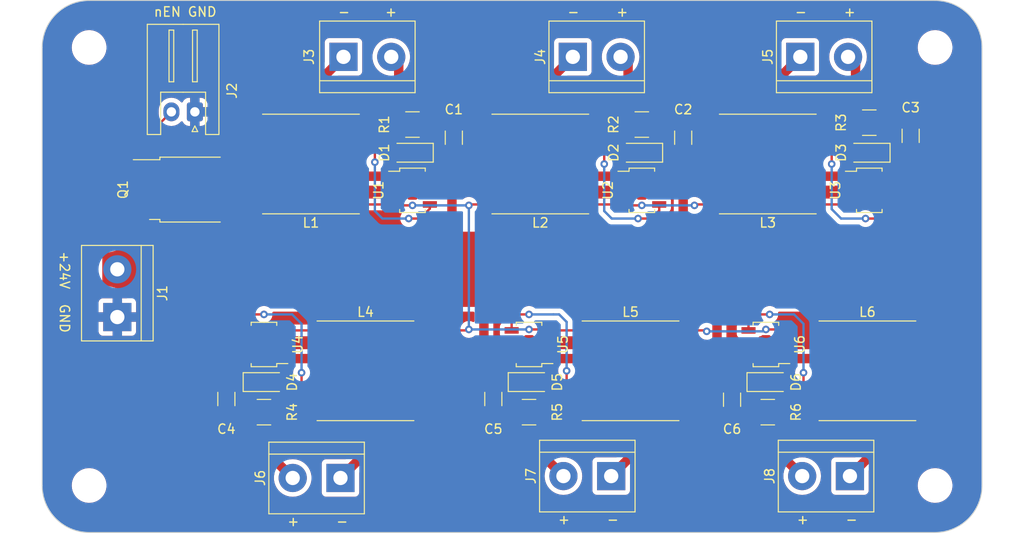
<source format=kicad_pcb>
(kicad_pcb (version 20221018) (generator pcbnew)
  (layers (0 "F.Cu" signal) (31 "B.Cu" signal) (34 "B.Paste" user) (35 "F.Paste" user) (36 "B.SilkS" user "B.Silkscreen") (37 "F.SilkS" user "F.Silkscreen") (38 "B.Mask" user) (39 "F.Mask" user) (44 "Edge.Cuts" user))
  (net 0 "")
  (net 1 "+24V")
  (net 2 "GND")
  (net 3 "Net-(D1-A)")
  (net 4 "Net-(D2-A)")
  (net 5 "Net-(D3-A)")
  (net 6 "Net-(D4-A)")
  (net 7 "Net-(D5-A)")
  (net 8 "Net-(D6-A)")
  (net 9 "Net-(J2-Pin_2)")
  (net 10 "Net-(J3-Pin_1)")
  (net 11 "Net-(J3-Pin_2)")
  (net 12 "Net-(J4-Pin_1)")
  (net 13 "Net-(J4-Pin_2)")
  (net 14 "Net-(J5-Pin_1)")
  (net 15 "Net-(J5-Pin_2)")
  (net 16 "Net-(J6-Pin_1)")
  (net 17 "Net-(J6-Pin_2)")
  (net 18 "Net-(J7-Pin_1)")
  (net 19 "Net-(J7-Pin_2)")
  (net 20 "Net-(J8-Pin_1)")
  (net 21 "Net-(J8-Pin_2)")
  (net 22 "OpenDrain")
  (footprint "Diode_SMD:D_SOD-123F" (layer "F.Cu") (at 151.8 112)
    (fp_text reference "D5" (at 3 0 90) (layer "F.SilkS"))
    (fp_text value "D_Schottky")
    (pad "1" smd roundrect (at -1.4 0) (size 1.1 1.1) (layers "F.Cu" "F.Paste" "F.Mask") (roundrect_rratio 0.2272727273) (net 1 "+24V"))
    (pad "2" smd roundrect (at 1.4 0) (size 1.1 1.1) (layers "F.Cu" "F.Paste" "F.Mask") (roundrect_rratio 0.2272727273) (net 7 "Net-(D5-A)"))
  )
  (footprint "TerminalBlock:TerminalBlock_bornier-2_P5.08mm" (layer "F.Cu") (at 108 105.08 90)
    (fp_text reference "J1" (at 2.54 4.8 90) (layer "F.SilkS"))
    (fp_text value "Conn_01x02")
    (pad "1" thru_hole rect (at 0 0 90) (size 3 3) (drill 1.52) (layers "*.Cu" "*.Mask") (net 2 "GND"))
    (pad "2" thru_hole circle (at 5.08 0 90) (size 3 3) (drill 1.52) (layers "*.Cu" "*.Mask") (net 1 "+24V"))
  )
  (footprint "Package_TO_SOT_SMD:SOT-89-5" (layer "F.Cu") (at 123.6 108 180)
    (fp_text reference "U4" (at -3.6 0 90) (layer "F.SilkS"))
    (fp_text value "CL6808")
    (pad "1" smd rect (at -1.85 -1.5 180) (size 1.5 0.7) (layers "F.Cu" "F.Paste" "F.Mask") (net 6 "Net-(D4-A)"))
    (pad "2" smd custom (at 0 0 180) (size 0.8 2) (layers "F.Cu" "F.Paste" "F.Mask") (net 2 "GND") (options (clearance outline) (anchor rect)) (primitives (gr_poly (pts (xy 0.9 -0.5) (xy 2.6 -0.5) (xy 2.6 0.5) (xy 0.9 0.5) (xy 0.4 1) (xy -0.4 1) (xy -0.9 0.5) (xy -2.6 0.5) (xy -2.6 -0.5) (xy -0.9 -0.5) (xy -0.4 -1) (xy 0.4 -1)) (width 0) (fill yes))))
    (pad "3" smd rect (at -1.85 1.5 180) (size 1.5 0.7) (layers "F.Cu" "F.Paste" "F.Mask") (net 22 "OpenDrain"))
    (pad "4" smd rect (at 1.85 1.5 180) (size 1.5 0.7) (layers "F.Cu" "F.Paste" "F.Mask") (net 17 "Net-(J6-Pin_2)"))
    (pad "5" smd rect (at 1.85 -1.5 180) (size 1.5 0.7) (layers "F.Cu" "F.Paste" "F.Mask") (net 1 "+24V"))
  )
  (footprint "Diode_SMD:D_SOD-123F" (layer "F.Cu") (at 123.6 112)
    (fp_text reference "D4" (at 3 0 90) (layer "F.SilkS"))
    (fp_text value "D_Schottky")
    (pad "1" smd roundrect (at -1.4 0) (size 1.1 1.1) (layers "F.Cu" "F.Paste" "F.Mask") (roundrect_rratio 0.2272727273) (net 1 "+24V"))
    (pad "2" smd roundrect (at 1.4 0) (size 1.1 1.1) (layers "F.Cu" "F.Paste" "F.Mask") (roundrect_rratio 0.2272727273) (net 6 "Net-(D4-A)"))
  )
  (footprint "Resistor_SMD:R_1210_3225Metric" (layer "F.Cu") (at 177.2 115.2)
    (fp_text reference "R6" (at 3 0 90) (layer "F.SilkS"))
    (fp_text value "0.1")
    (pad "1" smd roundrect (at -1.4625 0) (size 1.125 2.65) (layers "F.Cu" "F.Paste" "F.Mask") (roundrect_rratio 0.2222222222) (net 1 "+24V"))
    (pad "2" smd roundrect (at 1.4625 0) (size 1.125 2.65) (layers "F.Cu" "F.Paste" "F.Mask") (roundrect_rratio 0.2222222222) (net 21 "Net-(J8-Pin_2)"))
  )
  (footprint "Diode_SMD:D_SOD-123F" (layer "F.Cu") (at 177.2 112)
    (fp_text reference "D6" (at 3 0 90) (layer "F.SilkS"))
    (fp_text value "D_Schottky")
    (pad "1" smd roundrect (at -1.4 0) (size 1.1 1.1) (layers "F.Cu" "F.Paste" "F.Mask") (roundrect_rratio 0.2272727273) (net 1 "+24V"))
    (pad "2" smd roundrect (at 1.4 0) (size 1.1 1.1) (layers "F.Cu" "F.Paste" "F.Mask") (roundrect_rratio 0.2272727273) (net 8 "Net-(D6-A)"))
  )
  (footprint "Capacitor_SMD:C_1206_3216Metric" (layer "F.Cu") (at 143.8 86 -90)
    (fp_text reference "C1" (at -3 0) (layer "F.SilkS"))
    (fp_text value "4.7μ")
    (pad "1" smd roundrect (at -1.475 0 270) (size 1.15 1.8) (layers "F.Cu" "F.Paste" "F.Mask") (roundrect_rratio 0.2173913043) (net 1 "+24V"))
    (pad "2" smd roundrect (at 1.475 0 270) (size 1.15 1.8) (layers "F.Cu" "F.Paste" "F.Mask") (roundrect_rratio 0.2173913043) (net 2 "GND"))
  )
  (footprint "MountingHole:MountingHole_3.2mm_M3" (layer "F.Cu") (at 105 123)
    (fp_text reference "REF**" hide)
    (fp_text value "MountingHole_3.2mm_M3")
    (pad "" np_thru_hole circle (at 0 0) (size 3.2 3.2) (drill 3.2) (layers "*.Cu" "*.Mask"))
  )
  (footprint "TerminalBlock:TerminalBlock_bornier-2_P5.08mm" (layer "F.Cu") (at 185.94 122 180)
    (fp_text reference "J8" (at 8.54 0 90) (layer "F.SilkS"))
    (fp_text value "Conn_01x02")
    (pad "1" thru_hole rect (at 0 0 180) (size 3 3) (drill 1.52) (layers "*.Cu" "*.Mask") (net 20 "Net-(J8-Pin_1)"))
    (pad "2" thru_hole circle (at 5.08 0 180) (size 3 3) (drill 1.52) (layers "*.Cu" "*.Mask") (net 21 "Net-(J8-Pin_2)"))
  )
  (footprint "Diode_SMD:D_SOD-123F" (layer "F.Cu") (at 188 87.6 180)
    (fp_text reference "D3" (at 3 0 270) (layer "F.SilkS"))
    (fp_text value "D_Schottky")
    (pad "1" smd roundrect (at -1.4 0 180) (size 1.1 1.1) (layers "F.Cu" "F.Paste" "F.Mask") (roundrect_rratio 0.2272727273) (net 1 "+24V"))
    (pad "2" smd roundrect (at 1.4 0 180) (size 1.1 1.1) (layers "F.Cu" "F.Paste" "F.Mask") (roundrect_rratio 0.2272727273) (net 5 "Net-(D3-A)"))
  )
  (footprint "Resistor_SMD:R_1210_3225Metric" (layer "F.Cu") (at 151.8 115.2)
    (fp_text reference "R5" (at 3 0 90) (layer "F.SilkS"))
    (fp_text value "0.1")
    (pad "1" smd roundrect (at -1.4625 0) (size 1.125 2.65) (layers "F.Cu" "F.Paste" "F.Mask") (roundrect_rratio 0.2222222222) (net 1 "+24V"))
    (pad "2" smd roundrect (at 1.4625 0) (size 1.125 2.65) (layers "F.Cu" "F.Paste" "F.Mask") (roundrect_rratio 0.2222222222) (net 19 "Net-(J7-Pin_2)"))
  )
  (footprint "Capacitor_SMD:C_1206_3216Metric" (layer "F.Cu") (at 173.4 113.875 90)
    (fp_text reference "C6" (at -3.125 0 180) (layer "F.SilkS"))
    (fp_text value "4.7μ")
    (pad "1" smd roundrect (at -1.475 0 90) (size 1.15 1.8) (layers "F.Cu" "F.Paste" "F.Mask") (roundrect_rratio 0.2173913043) (net 1 "+24V"))
    (pad "2" smd roundrect (at 1.475 0 90) (size 1.15 1.8) (layers "F.Cu" "F.Paste" "F.Mask") (roundrect_rratio 0.2173913043) (net 2 "GND"))
  )
  (footprint "Diode_SMD:D_SOD-123F" (layer "F.Cu") (at 139.4 87.6 180)
    (fp_text reference "D1" (at 3 0 270) (layer "F.SilkS"))
    (fp_text value "D_Schottky")
    (pad "1" smd roundrect (at -1.4 0 180) (size 1.1 1.1) (layers "F.Cu" "F.Paste" "F.Mask") (roundrect_rratio 0.2272727273) (net 1 "+24V"))
    (pad "2" smd roundrect (at 1.4 0 180) (size 1.1 1.1) (layers "F.Cu" "F.Paste" "F.Mask") (roundrect_rratio 0.2272727273) (net 3 "Net-(D1-A)"))
  )
  (footprint "Inductor_SMD:L_Taiyo-Yuden_NR-10050_9.8x10.0mm" (layer "F.Cu") (at 134.4 110.8)
    (fp_text reference "L4" (at 0 -6.25) (layer "F.SilkS"))
    (fp_text value "68μ")
    (pad "1" smd rect (at -4 0) (size 2.6 4.5) (layers "F.Cu" "F.Paste" "F.Mask") (net 6 "Net-(D4-A)"))
    (pad "2" smd rect (at 4 0) (size 2.6 4.5) (layers "F.Cu" "F.Paste" "F.Mask") (net 16 "Net-(J6-Pin_1)"))
  )
  (footprint "Package_TO_SOT_SMD:SOT-89-5" (layer "F.Cu") (at 151.8 108 180)
    (fp_text reference "U5" (at -3.6 0 90) (layer "F.SilkS"))
    (fp_text value "CL6808")
    (pad "1" smd rect (at -1.85 -1.5 180) (size 1.5 0.7) (layers "F.Cu" "F.Paste" "F.Mask") (net 7 "Net-(D5-A)"))
    (pad "2" smd custom (at 0 0 180) (size 0.8 2) (layers "F.Cu" "F.Paste" "F.Mask") (net 2 "GND") (options (clearance outline) (anchor rect)) (primitives (gr_poly (pts (xy 0.9 -0.5) (xy 2.6 -0.5) (xy 2.6 0.5) (xy 0.9 0.5) (xy 0.4 1) (xy -0.4 1) (xy -0.9 0.5) (xy -2.6 0.5) (xy -2.6 -0.5) (xy -0.9 -0.5) (xy -0.4 -1) (xy 0.4 -1)) (width 0) (fill yes))))
    (pad "3" smd rect (at -1.85 1.5 180) (size 1.5 0.7) (layers "F.Cu" "F.Paste" "F.Mask") (net 22 "OpenDrain"))
    (pad "4" smd rect (at 1.85 1.5 180) (size 1.5 0.7) (layers "F.Cu" "F.Paste" "F.Mask") (net 19 "Net-(J7-Pin_2)"))
    (pad "5" smd rect (at 1.85 -1.5 180) (size 1.5 0.7) (layers "F.Cu" "F.Paste" "F.Mask") (net 1 "+24V"))
  )
  (footprint "Inductor_SMD:L_Taiyo-Yuden_NR-10050_9.8x10.0mm" (layer "F.Cu") (at 128.6 88.8 180)
    (fp_text reference "L1" (at 0 -6.25) (layer "F.SilkS"))
    (fp_text value "68μ")
    (pad "1" smd rect (at -4 0 180) (size 2.6 4.5) (layers "F.Cu" "F.Paste" "F.Mask") (net 3 "Net-(D1-A)"))
    (pad "2" smd rect (at 4 0 180) (size 2.6 4.5) (layers "F.Cu" "F.Paste" "F.Mask") (net 10 "Net-(J3-Pin_1)"))
  )
  (footprint "Package_TO_SOT_SMD:SOT-89-5" (layer "F.Cu") (at 139.4 91.6)
    (fp_text reference "U1" (at -3.6 0 90) (layer "F.SilkS"))
    (fp_text value "CL6808")
    (pad "1" smd rect (at -1.85 -1.5) (size 1.5 0.7) (layers "F.Cu" "F.Paste" "F.Mask") (net 3 "Net-(D1-A)"))
    (pad "2" smd custom (at 0 0) (size 0.8 2) (layers "F.Cu" "F.Paste" "F.Mask") (net 2 "GND") (options (clearance outline) (anchor rect)) (primitives (gr_poly (pts (xy 0.9 -0.5) (xy 2.6 -0.5) (xy 2.6 0.5) (xy 0.9 0.5) (xy 0.4 1) (xy -0.4 1) (xy -0.9 0.5) (xy -2.6 0.5) (xy -2.6 -0.5) (xy -0.9 -0.5) (xy -0.4 -1) (xy 0.4 -1)) (width 0) (fill yes))))
    (pad "3" smd rect (at -1.85 1.5) (size 1.5 0.7) (layers "F.Cu" "F.Paste" "F.Mask") (net 22 "OpenDrain"))
    (pad "4" smd rect (at 1.85 1.5) (size 1.5 0.7) (layers "F.Cu" "F.Paste" "F.Mask") (net 11 "Net-(J3-Pin_2)"))
    (pad "5" smd rect (at 1.85 -1.5) (size 1.5 0.7) (layers "F.Cu" "F.Paste" "F.Mask") (net 1 "+24V"))
  )
  (footprint "Capacitor_SMD:C_1206_3216Metric" (layer "F.Cu") (at 192.4 85.8 -90)
    (fp_text reference "C3" (at -3 0) (layer "F.SilkS"))
    (fp_text value "4.7μ")
    (pad "1" smd roundrect (at -1.475 0 270) (size 1.15 1.8) (layers "F.Cu" "F.Paste" "F.Mask") (roundrect_rratio 0.2173913043) (net 1 "+24V"))
    (pad "2" smd roundrect (at 1.475 0 270) (size 1.15 1.8) (layers "F.Cu" "F.Paste" "F.Mask") (roundrect_rratio 0.2173913043) (net 2 "GND"))
  )
  (footprint "Connector_JST:JST_XH_S2B-XH-A_1x02_P2.50mm_Horizontal" (layer "F.Cu") (at 116.25 83.25 180)
    (fp_text reference "J2" (at -3.95 2.25 90) (layer "F.SilkS"))
    (fp_text value "Conn_01x02")
    (pad "1" thru_hole roundrect (at 0 0 180) (size 1.7 2) (drill 1) (layers "*.Cu" "*.Mask") (roundrect_rratio 0.1470588235) (net 2 "GND"))
    (pad "2" thru_hole oval (at 2.5 0 180) (size 1.7 2) (drill 1) (layers "*.Cu" "*.Mask") (net 9 "Net-(J2-Pin_2)"))
  )
  (footprint "Inductor_SMD:L_Taiyo-Yuden_NR-10050_9.8x10.0mm" (layer "F.Cu") (at 177.2 88.8 180)
    (fp_text reference "L3" (at 0 -6.25) (layer "F.SilkS"))
    (fp_text value "68μ")
    (pad "1" smd rect (at -4 0 180) (size 2.6 4.5) (layers "F.Cu" "F.Paste" "F.Mask") (net 5 "Net-(D3-A)"))
    (pad "2" smd rect (at 4 0 180) (size 2.6 4.5) (layers "F.Cu" "F.Paste" "F.Mask") (net 14 "Net-(J5-Pin_1)"))
  )
  (footprint "TerminalBlock:TerminalBlock_bornier-2_P5.08mm" (layer "F.Cu") (at 160.54 122 180)
    (fp_text reference "J7" (at 8.54 0 90) (layer "F.SilkS"))
    (fp_text value "Conn_01x02")
    (pad "1" thru_hole rect (at 0 0 180) (size 3 3) (drill 1.52) (layers "*.Cu" "*.Mask") (net 18 "Net-(J7-Pin_1)"))
    (pad "2" thru_hole circle (at 5.08 0 180) (size 3 3) (drill 1.52) (layers "*.Cu" "*.Mask") (net 19 "Net-(J7-Pin_2)"))
  )
  (footprint "TerminalBlock:TerminalBlock_bornier-2_P5.08mm" (layer "F.Cu") (at 131.74 122.2 180)
    (fp_text reference "J6" (at 8.54 0 90) (layer "F.SilkS"))
    (fp_text value "Conn_01x02")
    (pad "1" thru_hole rect (at 0 0 180) (size 3 3) (drill 1.52) (layers "*.Cu" "*.Mask") (net 16 "Net-(J6-Pin_1)"))
    (pad "2" thru_hole circle (at 5.08 0 180) (size 3 3) (drill 1.52) (layers "*.Cu" "*.Mask") (net 17 "Net-(J6-Pin_2)"))
  )
  (footprint "Capacitor_SMD:C_1206_3216Metric" (layer "F.Cu") (at 168.2 86 -90)
    (fp_text reference "C2" (at -3 0 -180) (layer "F.SilkS"))
    (fp_text value "4.7μ")
    (pad "1" smd roundrect (at -1.475 0 270) (size 1.15 1.8) (layers "F.Cu" "F.Paste" "F.Mask") (roundrect_rratio 0.2173913043) (net 1 "+24V"))
    (pad "2" smd roundrect (at 1.475 0 270) (size 1.15 1.8) (layers "F.Cu" "F.Paste" "F.Mask") (roundrect_rratio 0.2173913043) (net 2 "GND"))
  )
  (footprint "Resistor_SMD:R_1210_3225Metric" (layer "F.Cu") (at 163.8 84.6 180)
    (fp_text reference "R2" (at 3 0 90) (layer "F.SilkS"))
    (fp_text value "0.1")
    (pad "1" smd roundrect (at -1.4625 0 180) (size 1.125 2.65) (layers "F.Cu" "F.Paste" "F.Mask") (roundrect_rratio 0.2222222222) (net 1 "+24V"))
    (pad "2" smd roundrect (at 1.4625 0 180) (size 1.125 2.65) (layers "F.Cu" "F.Paste" "F.Mask") (roundrect_rratio 0.2222222222) (net 13 "Net-(J4-Pin_2)"))
  )
  (footprint "Package_TO_SOT_SMD:TO-252-2" (layer "F.Cu") (at 115.84 91.52)
    (fp_text reference "Q1" (at -7.24 0 90) (layer "F.SilkS"))
    (fp_text value "QM6006D")
    (pad "1" smd roundrect (at -5.04 -2.28) (size 2.2 1.2) (layers "F.Cu" "F.Paste" "F.Mask") (roundrect_rratio 0.2083333333) (net 9 "Net-(J2-Pin_2)"))
    (pad "2" smd roundrect (at -0.415 -1.525) (size 3.05 2.75) (layers "F.Cu" "F.Paste") (roundrect_rratio 0.09090909091) (net 22 "OpenDrain"))
    (pad "2" smd roundrect (at -0.415 1.525) (size 3.05 2.75) (layers "F.Cu" "F.Paste") (roundrect_rratio 0.09090909091) (net 22 "OpenDrain"))
    (pad "2" smd roundrect (at 1.26 0) (size 6.4 5.8) (layers "F.Cu" "F.Mask") (roundrect_rratio 0.04310293103) (net 22 "OpenDrain"))
    (pad "2" smd roundrect (at 2.935 -1.525) (size 3.05 2.75) (layers "F.Cu" "F.Paste") (roundrect_rratio 0.09090909091) (net 22 "OpenDrain"))
    (pad "2" smd roundrect (at 2.935 1.525) (size 3.05 2.75) (layers "F.Cu" "F.Paste") (roundrect_rratio 0.09090909091) (net 22 "OpenDrain"))
    (pad "3" smd roundrect (at -5.04 2.28) (size 2.2 1.2) (layers "F.Cu" "F.Paste" "F.Mask") (roundrect_rratio 0.2083333333) (net 2 "GND"))
  )
  (footprint "Inductor_SMD:L_Taiyo-Yuden_NR-10050_9.8x10.0mm" (layer "F.Cu") (at 162.6 110.8)
    (fp_text reference "L5" (at 0 -6.25) (layer "F.SilkS"))
    (fp_text value "68μ")
    (pad "1" smd rect (at -4 0) (size 2.6 4.5) (layers "F.Cu" "F.Paste" "F.Mask") (net 7 "Net-(D5-A)"))
    (pad "2" smd rect (at 4 0) (size 2.6 4.5) (layers "F.Cu" "F.Paste" "F.Mask") (net 18 "Net-(J7-Pin_1)"))
  )
  (footprint "Inductor_SMD:L_Taiyo-Yuden_NR-10050_9.8x10.0mm" (layer "F.Cu") (at 153 88.8 180)
    (fp_text reference "L2" (at 0 -6.25) (layer "F.SilkS"))
    (fp_text value "68μ")
    (pad "1" smd rect (at -4 0 180) (size 2.6 4.5) (layers "F.Cu" "F.Paste" "F.Mask") (net 4 "Net-(D2-A)"))
    (pad "2" smd rect (at 4 0 180) (size 2.6 4.5) (layers "F.Cu" "F.Paste" "F.Mask") (net 12 "Net-(J4-Pin_1)"))
  )
  (footprint "Resistor_SMD:R_1210_3225Metric" (layer "F.Cu") (at 123.6 115.2)
    (fp_text reference "R4" (at 3 0 90) (layer "F.SilkS"))
    (fp_text value "0.1")
    (pad "1" smd roundrect (at -1.4625 0) (size 1.125 2.65) (layers "F.Cu" "F.Paste" "F.Mask") (roundrect_rratio 0.2222222222) (net 1 "+24V"))
    (pad "2" smd roundrect (at 1.4625 0) (size 1.125 2.65) (layers "F.Cu" "F.Paste" "F.Mask") (roundrect_rratio 0.2222222222) (net 17 "Net-(J6-Pin_2)"))
  )
  (footprint "MountingHole:MountingHole_3.2mm_M3" (layer "F.Cu") (at 195 76.4)
    (fp_text reference "REF**" hide)
    (fp_text value "MountingHole_3.2mm_M3")
    (pad "" np_thru_hole circle (at 0 0) (size 3.2 3.2) (drill 3.2) (layers "*.Cu" "*.Mask"))
  )
  (footprint "Resistor_SMD:R_1210_3225Metric" (layer "F.Cu") (at 139.4 84.6 180)
    (fp_text reference "R1" (at 3 0 90) (layer "F.SilkS"))
    (fp_text value "0.1")
    (pad "1" smd roundrect (at -1.4625 0 180) (size 1.125 2.65) (layers "F.Cu" "F.Paste" "F.Mask") (roundrect_rratio 0.2222222222) (net 1 "+24V"))
    (pad "2" smd roundrect (at 1.4625 0 180) (size 1.125 2.65) (layers "F.Cu" "F.Paste" "F.Mask") (roundrect_rratio 0.2222222222) (net 11 "Net-(J3-Pin_2)"))
  )
  (footprint "Capacitor_SMD:C_1206_3216Metric" (layer "F.Cu") (at 148 113.8 90)
    (fp_text reference "C5" (at -3.2 0 180) (layer "F.SilkS"))
    (fp_text value "4.7μ")
    (pad "1" smd roundrect (at -1.475 0 90) (size 1.15 1.8) (layers "F.Cu" "F.Paste" "F.Mask") (roundrect_rratio 0.2173913043) (net 1 "+24V"))
    (pad "2" smd roundrect (at 1.475 0 90) (size 1.15 1.8) (layers "F.Cu" "F.Paste" "F.Mask") (roundrect_rratio 0.2173913043) (net 2 "GND"))
  )
  (footprint "Resistor_SMD:R_1210_3225Metric" (layer "F.Cu") (at 188 84.4 180)
    (fp_text reference "R3" (at 3 0 90) (layer "F.SilkS"))
    (fp_text value "0.1")
    (pad "1" smd roundrect (at -1.4625 0 180) (size 1.125 2.65) (layers "F.Cu" "F.Paste" "F.Mask") (roundrect_rratio 0.2222222222) (net 1 "+24V"))
    (pad "2" smd roundrect (at 1.4625 0 180) (size 1.125 2.65) (layers "F.Cu" "F.Paste" "F.Mask") (roundrect_rratio 0.2222222222) (net 15 "Net-(J5-Pin_2)"))
  )
  (footprint "Diode_SMD:D_SOD-123F" (layer "F.Cu") (at 163.8 87.6 180)
    (fp_text reference "D2" (at 3 0 90) (layer "F.SilkS"))
    (fp_text value "D_Schottky")
    (pad "1" smd roundrect (at -1.4 0 180) (size 1.1 1.1) (layers "F.Cu" "F.Paste" "F.Mask") (roundrect_rratio 0.2272727273) (net 1 "+24V"))
    (pad "2" smd roundrect (at 1.4 0 180) (size 1.1 1.1) (layers "F.Cu" "F.Paste" "F.Mask") (roundrect_rratio 0.2272727273) (net 4 "Net-(D2-A)"))
  )
  (footprint "MountingHole:MountingHole_3.2mm_M3" (layer "F.Cu") (at 105 76.4)
    (fp_text reference "REF**" hide)
    (fp_text value "MountingHole_3.2mm_M3")
    (pad "" np_thru_hole circle (at 0 0) (size 3.2 3.2) (drill 3.2) (layers "*.Cu" "*.Mask"))
  )
  (footprint "TerminalBlock:TerminalBlock_bornier-2_P5.08mm" (layer "F.Cu") (at 156.46 77.4)
    (fp_text reference "J4" (at -3.46 0 90) (layer "F.SilkS"))
    (fp_text value "Conn_01x02")
    (pad "1" thru_hole rect (at 0 0) (size 3 3) (drill 1.52) (layers "*.Cu" "*.Mask") (net 12 "Net-(J4-Pin_1)"))
    (pad "2" thru_hole circle (at 5.08 0) (size 3 3) (drill 1.52) (layers "*.Cu" "*.Mask") (net 13 "Net-(J4-Pin_2)"))
  )
  (footprint "Inductor_SMD:L_Taiyo-Yuden_NR-10050_9.8x10.0mm" (layer "F.Cu") (at 187.8 110.8)
    (fp_text reference "L6" (at 0 -6.25) (layer "F.SilkS"))
    (fp_text value "68μ")
    (pad "1" smd rect (at -4 0) (size 2.6 4.5) (layers "F.Cu" "F.Paste" "F.Mask") (net 8 "Net-(D6-A)"))
    (pad "2" smd rect (at 4 0) (size 2.6 4.5) (layers "F.Cu" "F.Paste" "F.Mask") (net 20 "Net-(J8-Pin_1)"))
  )
  (footprint "TerminalBlock:TerminalBlock_bornier-2_P5.08mm" (layer "F.Cu") (at 132.06 77.4)
    (fp_text reference "J3" (at -3.66 0 90) (layer "F.SilkS"))
    (fp_text value "Conn_01x02")
    (pad "1" thru_hole rect (at 0 0) (size 3 3) (drill 1.52) (layers "*.Cu" "*.Mask") (net 10 "Net-(J3-Pin_1)"))
    (pad "2" thru_hole circle (at 5.08 0) (size 3 3) (drill 1.52) (layers "*.Cu" "*.Mask") (net 11 "Net-(J3-Pin_2)"))
  )
  (footprint "MountingHole:MountingHole_3.2mm_M3" (layer "F.Cu") (at 195 123)
    (fp_text reference "REF**" hide)
    (fp_text value "MountingHole_3.2mm_M3")
    (pad "" np_thru_hole circle (at 0 0) (size 3.2 3.2) (drill 3.2) (layers "*.Cu" "*.Mask"))
  )
  (footprint "Package_TO_SOT_SMD:SOT-89-5" (layer "F.Cu") (at 177 108 180)
    (fp_text reference "U6" (at -3.6 0 90) (layer "F.SilkS"))
    (fp_text value "CL6808")
    (pad "1" smd rect (at -1.85 -1.5 180) (size 1.5 0.7) (layers "F.Cu" "F.Paste" "F.Mask") (net 8 "Net-(D6-A)"))
    (pad "2" smd custom (at 0 0 180) (size 0.8 2) (layers "F.Cu" "F.Paste" "F.Mask") (net 2 "GND") (options (clearance outline) (anchor rect)) (primitives (gr_poly (pts (xy 0.9 -0.5) (xy 2.6 -0.5) (xy 2.6 0.5) (xy 0.9 0.5) (xy 0.4 1) (xy -0.4 1) (xy -0.9 0.5) (xy -2.6 0.5) (xy -2.6 -0.5) (xy -0.9 -0.5) (xy -0.4 -1) (xy 0.4 -1)) (width 0) (fill yes))))
    (pad "3" smd rect (at -1.85 1.5 180) (size 1.5 0.7) (layers "F.Cu" "F.Paste" "F.Mask") (net 22 "OpenDrain"))
    (pad "4" smd rect (at 1.85 1.5 180) (size 1.5 0.7) (layers "F.Cu" "F.Paste" "F.Mask") (net 21 "Net-(J8-Pin_2)"))
    (pad "5" smd rect (at 1.85 -1.5 180) (size 1.5 0.7) (layers "F.Cu" "F.Paste" "F.Mask") (net 1 "+24V"))
  )
  (footprint "TerminalBlock:TerminalBlock_bornier-2_P5.08mm" (layer "F.Cu") (at 180.66 77.4)
    (fp_text reference "J5" (at -3.46 0 90) (layer "F.SilkS"))
    (fp_text value "Conn_01x02")
    (pad "1" thru_hole rect (at 0 0) (size 3 3) (drill 1.52) (layers "*.Cu" "*.Mask") (net 14 "Net-(J5-Pin_1)"))
    (pad "2" thru_hole circle (at 5.08 0) (size 3 3) (drill 1.52) (layers "*.Cu" "*.Mask") (net 15 "Net-(J5-Pin_2)"))
  )
  (footprint "Capacitor_SMD:C_1206_3216Metric" (layer "F.Cu") (at 119.6 113.8 90)
    (fp_text reference "C4" (at -3.2 0 180) (layer "F.SilkS"))
    (fp_text value "4.7μ")
    (pad "1" smd roundrect (at -1.475 0 90) (size 1.15 1.8) (layers "F.Cu" "F.Paste" "F.Mask") (roundrect_rratio 0.2173913043) (net 1 "+24V"))
    (pad "2" smd roundrect (at 1.475 0 90) (size 1.15 1.8) (layers "F.Cu" "F.Paste" "F.Mask") (roundrect_rratio 0.2173913043) (net 2 "GND"))
  )
  (footprint "Package_TO_SOT_SMD:SOT-89-5" (layer "F.Cu") (at 163.8 91.6)
    (fp_text reference "U2" (at -3.6 0 90) (layer "F.SilkS"))
    (fp_text value "CL6808")
    (pad "1" smd rect (at -1.85 -1.5) (size 1.5 0.7) (layers "F.Cu" "F.Paste" "F.Mask") (net 4 "Net-(D2-A)"))
    (pad "2" smd custom (at 0 0) (size 0.8 2) (layers "F.Cu" "F.Paste" "F.Mask") (net 2 "GND") (options (clearance outline) (anchor rect)) (primitives (gr_poly (pts (xy 0.9 -0.5) (xy 2.6 -0.5) (xy 2.6 0.5) (xy 0.9 0.5) (xy 0.4 1) (xy -0.4 1) (xy -0.9 0.5) (xy -2.6 0.5) (xy -2.6 -0.5) (xy -0.9 -0.5) (xy -0.4 -1) (xy 0.4 -1)) (width 0) (fill yes))))
    (pad "3" smd rect (at -1.85 1.5) (size 1.5 0.7) (layers "F.Cu" "F.Paste" "F.Mask") (net 22 "OpenDrain"))
    (pad "4" smd rect (at 1.85 1.5) (size 1.5 0.7) (layers "F.Cu" "F.Paste" "F.Mask") (net 13 "Net-(J4-Pin_2)"))
    (pad "5" smd rect (at 1.85 -1.5) (size 1.5 0.7) (layers "F.Cu" "F.Paste" "F.Mask") (net 1 "+24V"))
  )
  (footprint "Package_TO_SOT_SMD:SOT-89-5" (layer "F.Cu") (at 188 91.6)
    (fp_text reference "U3" (at -3.6 0 -90) (layer "F.SilkS"))
    (fp_text value "CL6808")
    (pad "1" smd rect (at -1.85 -1.5) (size 1.5 0.7) (layers "F.Cu" "F.Paste" "F.Mask") (net 5 "Net-(D3-A)"))
    (pad "2" smd custom (at 0 0) (size 0.8 2) (layers "F.Cu" "F.Paste" "F.Mask") (net 2 "GND") (options (clearance outline) (anchor rect)) (primitives (gr_poly (pts (xy 0.9 -0.5) (xy 2.6 -0.5) (xy 2.6 0.5) (xy 0.9 0.5) (xy 0.4 1) (xy -0.4 1) (xy -0.9 0.5) (xy -2.6 0.5) (xy -2.6 -0.5) (xy -0.9 -0.5) (xy -0.4 -1) (xy 0.4 -1)) (width 0) (fill yes))))
    (pad "3" smd rect (at -1.85 1.5) (size 1.5 0.7) (layers "F.Cu" "F.Paste" "F.Mask") (net 22 "OpenDrain"))
    (pad "4" smd rect (at 1.85 1.5) (size 1.5 0.7) (layers "F.Cu" "F.Paste" "F.Mask") (net 15 "Net-(J5-Pin_2)"))
    (pad "5" smd rect (at 1.85 -1.5) (size 1.5 0.7) (layers "F.Cu" "F.Paste" "F.Mask") (net 1 "+24V"))
  )
  (gr_line (start 105 71.4) (end 195 71.4) (stroke (width 0.1)) (layer "Edge.Cuts"))
  (gr_arc (start 100 76.4) (mid 101.464466 72.864466) (end 105 71.4) (stroke (width 0.1)) (layer "Edge.Cuts"))
  (gr_line (start 100 76.4) (end 100 123) (stroke (width 0.1)) (layer "Edge.Cuts"))
  (gr_arc (start 200 123) (mid 198.535534 126.535534) (end 195 128) (stroke (width 0.1)) (layer "Edge.Cuts"))
  (gr_arc (start 195 71.4) (mid 198.535534 72.864466) (end 200 76.4) (stroke (width 0.1)) (layer "Edge.Cuts"))
  (gr_line (start 200 123) (end 200 76.4) (stroke (width 0.1)) (layer "Edge.Cuts"))
  (gr_line (start 105 128) (end 195 128) (stroke (width 0.1)) (layer "Edge.Cuts"))
  (gr_arc (start 105 128) (mid 101.464466 126.535534) (end 100 123) (stroke (width 0.1)) (layer "Edge.Cuts"))
  (gr_text "+24V" (at 101.8 98 -90) (layer "F.SilkS") (effects (font (size 1 1)) (justify left bottom)))
  (gr_text "-" (at 180 73.2) (layer "F.SilkS") (effects (font (size 1 1)) (justify left bottom)))
  (gr_text "+" (at 185.2 73.2) (layer "F.SilkS") (effects (font (size 1 1)) (justify left bottom)))
  (gr_text "+" (at 136.4 73.2) (layer "F.SilkS") (effects (font (size 1 1)) (justify left bottom)))
  (gr_text "-" (at 185.4 127.2) (layer "F.SilkS") (effects (font (size 1 1)) (justify left bottom)))
  (gr_text "GND" (at 101.8 103.6 -90) (layer "F.SilkS") (effects (font (size 1 1)) (justify left bottom)))
  (gr_text "-" (at 160 127.2) (layer "F.SilkS") (effects (font (size 1 1)) (justify left bottom)))
  (gr_text "+" (at 180.2 127.2) (layer "F.SilkS") (effects (font (size 1 1)) (justify left bottom)))
  (gr_text "-" (at 131.2 127.4) (layer "F.SilkS") (effects (font (size 1 1)) (justify left bottom)))
  (gr_text "GND" (at 115.4 73.2) (layer "F.SilkS") (effects (font (size 1 1)) (justify left bottom)))
  (gr_text "-" (at 155.8 73.2) (layer "F.SilkS") (effects (font (size 1 1)) (justify left bottom)))
  (gr_text "nEN" (at 111.8 73.2) (layer "F.SilkS") (effects (font (size 1 1)) (justify left bottom)))
  (gr_text "+" (at 161 73.2) (layer "F.SilkS") (effects (font (size 1 1)) (justify left bottom)))
  (gr_text "+" (at 154.8 127.2) (layer "F.SilkS") (effects (font (size 1 1)) (justify left bottom)))
  (gr_text "-" (at 131.4 73.2) (layer "F.SilkS") (effects (font (size 1 1)) (justify left bottom)))
  (gr_text "+" (at 126 127.4) (layer "F.SilkS") (effects (font (size 1 1)) (justify left bottom)))
  (segment (start 143.6 91.2) (end 143.6 97.2) (width 1) (layer "F.Cu") (net 1))
  (segment (start 171.8 108) (end 171.8 103) (width 1) (layer "F.Cu") (net 1))
  (segment (start 175.8 115.1375) (end 175.7375 115.2) (width 1) (layer "F.Cu") (net 1))
  (segment (start 140.8625 84.6) (end 143.725 84.6) (width 1) (layer "F.Cu") (net 1))
  (segment (start 189.85 90.1) (end 191.3 90.1) (width 1) (layer "F.Cu") (net 1))
  (segment (start 165.2625 84.6) (end 165.2625 87.5375) (width 1) (layer "F.Cu") (net 1))
  (segment (start 119.6 115.275) (end 122.0625 115.275) (width 1) (layer "F.Cu") (net 1))
  (segment (start 191.3 90.1) (end 192.6 91.4) (width 1) (layer "F.Cu") (net 1))
  (segment (start 175.5875 115.35) (end 175.7375 115.2) (width 1) (layer "F.Cu") (net 1))
  (segment (start 140.8 89.65) (end 141.25 90.1) (width 1) (layer "F.Cu") (net 1))
  (segment (start 175.8 112) (end 175.8 110.15) (width 1) (layer "F.Cu") (net 1))
  (segment (start 175.8 110.15) (end 175.15 109.5) (width 1) (layer "F.Cu") (net 1))
  (segment (start 140.8 87.6) (end 140.8 84.6625) (width 1) (layer "F.Cu") (net 1))
  (segment (start 150.4 109.95) (end 149.95 109.5) (width 1) (layer "F.Cu") (net 1))
  (segment (start 189.4625 87.5375) (end 189.4 87.6) (width 1) (layer "F.Cu") (net 1))
  (segment (start 165.2625 87.5375) (end 165.2 87.6) (width 1) (layer "F.Cu") (net 1))
  (segment (start 189.4 89.65) (end 189.85 90.1) (width 1) (layer "F.Cu") (net 1))
  (segment (start 122.0625 115.275) (end 122.1375 115.2) (width 1) (layer "F.Cu") (net 1))
  (segment (start 119.2 108.2) (end 119.2 102.8) (width 1) (layer "F.Cu") (net 1))
  (segment (start 165.2625 84.6) (end 168.125 84.6) (width 1) (layer "F.Cu") (net 1))
  (segment (start 150.4 112) (end 150.4 115.1375) (width 1) (layer "F.Cu") (net 1))
  (segment (start 167.1 90.1) (end 168.2 91.2) (width 1) (layer "F.Cu") (net 1))
  (segment (start 142.5 90.1) (end 143.6 91.2) (width 1) (layer "F.Cu") (net 1))
  (segment (start 150.4 112) (end 150.4 109.95) (width 1) (layer "F.Cu") (net 1))
  (segment (start 147 108) (end 147 103) (width 1) (layer "F.Cu") (net 1))
  (segment (start 122.2 112) (end 122.2 115.1375) (width 1) (layer "F.Cu") (net 1))
  (segment (start 175.8 112) (end 175.8 115.1375) (width 1) (layer "F.Cu") (net 1))
  (segment (start 150.2625 115.275) (end 150.3375 115.2) (width 1) (layer "F.Cu") (net 1))
  (segment (start 189.4 87.6) (end 189.4 89.65) (width 1) (layer "F.Cu") (net 1))
  (segment (start 120.5 109.5) (end 119.2 108.2) (width 1) (layer "F.Cu") (net 1))
  (segment (start 189.4625 84.4) (end 192.325 84.4) (width 1) (layer "F.Cu") (net 1))
  (segment (start 122.2 109.95) (end 121.75 109.5) (width 1) (layer "F.Cu") (net 1))
  (segment (start 140.8 84.6625) (end 140.8625 84.6) (width 1) (layer "F.Cu") (net 1))
  (segment (start 192.325 84.4) (end 192.4 84.325) (width 1) (layer "F.Cu") (net 1))
  (segment (start 168.125 84.6) (end 168.2 84.525) (width 1) (layer "F.Cu") (net 1))
  (segment (start 148.5 109.5) (end 147 108) (width 1) (layer "F.Cu") (net 1))
  (segment (start 148 115.275) (end 150.2625 115.275) (width 1) (layer "F.Cu") (net 1))
  (segment (start 173.3 109.5) (end 171.8 108) (width 1) (layer "F.Cu") (net 1))
  (segment (start 168.2 91.2) (end 168.2 96.4) (width 1) (layer "F.Cu") (net 1))
  (segment (start 149.95 109.5) (end 148.5 109.5) (width 1) (layer "F.Cu") (net 1))
  (segment (start 141.25 90.1) (end 142.5 90.1) (width 1) (layer "F.Cu") (net 1))
  (segment (start 140.8 87.6) (end 140.8 89.65) (width 1) (layer "F.Cu") (net 1))
  (segment (start 122.2 115.1375) (end 122.1375 115.2) (width 1) (layer "F.Cu") (net 1))
  (segment (start 189.4625 84.4) (end 189.4625 87.5375) (width 1) (layer "F.Cu") (net 1))
  (segment (start 122.2 112) (end 122.2 109.95) (width 1) (layer "F.Cu") (net 1))
  (segment (start 143.725 84.6) (end 143.8 84.525) (width 1) (layer "F.Cu") (net 1))
  (segment (start 121.75 109.5) (end 120.5 109.5) (width 1) (layer "F.Cu") (net 1))
  (segment (start 150.4 115.1375) (end 150.3375 115.2) (width 1) (layer "F.Cu") (net 1))
  (segment (start 173.4 115.35) (end 175.5875 115.35) (width 1) (layer "F.Cu") (net 1))
  (segment (start 165.2 87.6) (end 165.2 89.65) (width 1) (layer "F.Cu") (net 1))
  (segment (start 175.15 109.5) (end 173.3 109.5) (width 1) (layer "F.Cu") (net 1))
  (segment (start 165.65 90.1) (end 167.1 90.1) (width 1) (layer "F.Cu") (net 1))
  (segment (start 165.2 89.65) (end 165.65 90.1) (width 1) (layer "F.Cu") (net 1))
  (segment (start 192.6 91.4) (end 192.6 96.8) (width 1) (layer "F.Cu") (net 1))
  (segment (start 134.3 90.1) (end 132.6 88.4) (width 1) (layer "F.Cu") (net 3))
  (segment (start 137.55 90.1) (end 134.3 90.1) (width 1) (layer "F.Cu") (net 3))
  (segment (start 137.55 90.1) (end 138 89.65) (width 1) (layer "F.Cu") (net 3))
  (segment (start 138 89.65) (end 138 87.6) (width 1) (layer "F.Cu") (net 3))
  (segment (start 158.3 90.1) (end 157 88.8) (width 1) (layer "F.Cu") (net 4))
  (segment (start 162.4 89.65) (end 161.95 90.1) (width 1) (layer "F.Cu") (net 4))
  (segment (start 162.4 87.6) (end 162.4 89.65) (width 1) (layer "F.Cu") (net 4))
  (segment (start 161.95 90.1) (end 158.3 90.1) (width 1) (layer "F.Cu") (net 4))
  (segment (start 182.5 90.1) (end 181.2 88.8) (width 1) (layer "F.Cu") (net 5))
  (segment (start 186.6 89.65) (end 186.15 90.1) (width 1) (layer "F.Cu") (net 5))
  (segment (start 186.6 87.6) (end 186.6 89.65) (width 1) (layer "F.Cu") (net 5))
  (segment (start 186.15 90.1) (end 182.5 90.1) (width 1) (layer "F.Cu") (net 5))
  (segment (start 125 109.95) (end 125.45 109.5) (width 1) (layer "F.Cu") (net 6))
  (segment (start 125.45 109.5) (end 129.1 109.5) (width 1) (layer "F.Cu") (net 6))
  (segment (start 125 112) (end 125 109.95) (width 1) (layer "F.Cu") (net 6))
  (segment (start 129.1 109.5) (end 130.4 110.8) (width 1) (layer "F.Cu") (net 6))
  (segment (start 153.65 109.5) (end 157.3 109.5) (width 1) (layer "F.Cu") (net 7))
  (segment (start 153.2 109.95) (end 153.65 109.5) (width 1) (layer "F.Cu") (net 7))
  (segment (start 153.2 112) (end 153.2 109.95) (width 1) (layer "F.Cu") (net 7))
  (segment (start 157.3 109.5) (end 158.6 110.8) (width 1) (layer "F.Cu") (net 7))
  (segment (start 178.6 109.75) (end 178.85 109.5) (width 1) (layer "F.Cu") (net 8))
  (segment (start 178.6 112) (end 178.6 109.75) (width 1) (layer "F.Cu") (net 8))
  (segment (start 182.5 109.5) (end 183.8 110.8) (width 1) (layer "F.Cu") (net 8))
  (segment (start 178.85 109.5) (end 182.5 109.5) (width 1) (layer "F.Cu") (net 8))
  (segment (start 110.8 86.2) (end 110.8 89.24) (width 0.25) (layer "F.Cu") (net 9))
  (segment (start 113.75 83.25) (end 110.8 86.2) (width 0.25) (layer "F.Cu") (net 9))
  (segment (start 124.6 84.86) (end 132.06 77.4) (width 1) (layer "F.Cu") (net 10))
  (segment (start 124.6 88.8) (end 124.6 84.86) (width 1) (layer "F.Cu") (net 10))
  (segment (start 137.9375 78.1975) (end 137.14 77.4) (width 1) (layer "F.Cu") (net 11))
  (segment (start 135.4 88.6) (end 135.4 87.1375) (width 0.25) (layer "F.Cu") (net 11))
  (segment (start 135.4 87.1375) (end 137.9375 84.6) (width 0.25) (layer "F.Cu") (net 11))
  (segment (start 140.2 94.6) (end 141.25 93.55) (width 0.25) (layer "F.Cu") (net 11))
  (segment (start 141.25 93.55) (end 141.25 93.1) (width 0.25) (layer "F.Cu") (net 11))
  (segment (start 137.9375 84.6) (end 137.9375 78.1975) (width 1) (layer "F.Cu") (net 11))
  (segment (start 139 94.6) (end 140.2 94.6) (width 0.25) (layer "F.Cu") (net 11))
  (via (at 135.4 88.6) (size 0.8) (drill 0.4) (layers "F.Cu" "B.Cu") (net 11))
  (via (at 139 94.6) (size 0.8) (drill 0.4) (layers "F.Cu" "B.Cu") (net 11))
  (segment (start 139 94.6) (end 136.2 94.6) (width 0.25) (layer "B.Cu") (net 11))
  (segment (start 136.2 94.6) (end 135.4 93.8) (width 0.25) (layer "B.Cu") (net 11))
  (segment (start 135.4 93.8) (end 135.4 88.6) (width 0.25) (layer "B.Cu") (net 11))
  (segment (start 149 88.8) (end 149 84.86) (width 1) (layer "F.Cu") (net 12))
  (segment (start 149 84.86) (end 156.46 77.4) (width 1) (layer "F.Cu") (net 12))
  (segment (start 165.65 93.75) (end 165.65 93.1) (width 0.25) (layer "F.Cu") (net 13))
  (segment (start 159.8 87.1375) (end 159.8 88.6) (width 0.25) (layer "F.Cu") (net 13))
  (segment (start 162.3375 84.6) (end 162.3375 78.1975) (width 1) (layer "F.Cu") (net 13))
  (segment (start 162.3375 78.1975) (end 161.54 77.4) (width 1) (layer "F.Cu") (net 13))
  (segment (start 163.4 94.6) (end 164.8 94.6) (width 0.25) (layer "F.Cu") (net 13))
  (segment (start 162.3375 84.6) (end 159.8 87.1375) (width 0.25) (layer "F.Cu") (net 13))
  (segment (start 164.8 94.6) (end 165.65 93.75) (width 0.25) (layer "F.Cu") (net 13))
  (segment (start 159.8 88.6) (end 159.8 88.8) (width 0.25) (layer "F.Cu") (net 13))
  (via (at 163.4 94.6) (size 0.8) (drill 0.4) (layers "F.Cu" "B.Cu") (net 13))
  (via (at 159.8 88.8) (size 0.8) (drill 0.4) (layers "F.Cu" "B.Cu") (net 13))
  (segment (start 159.8 93.8) (end 159.8 88.8) (width 0.25) (layer "B.Cu") (net 13))
  (segment (start 163.4 94.6) (end 160.6 94.6) (width 0.25) (layer "B.Cu") (net 13))
  (segment (start 160.6 94.6) (end 159.8 93.8) (width 0.25) (layer "B.Cu") (net 13))
  (segment (start 173.2 84.86) (end 180.66 77.4) (width 1) (layer "F.Cu") (net 14))
  (segment (start 173.2 88.8) (end 173.2 84.86) (width 1) (layer "F.Cu") (net 14))
  (segment (start 189 94.6) (end 189.85 93.75) (width 0.25) (layer "F.Cu") (net 15))
  (segment (start 184 86.9375) (end 184 88.8) (width 0.25) (layer "F.Cu") (net 15))
  (segment (start 186.5375 84.4) (end 186.5375 78.1975) (width 1) (layer "F.Cu") (net 15))
  (segment (start 186.5375 78.1975) (end 185.74 77.4) (width 1) (layer "F.Cu") (net 15))
  (segment (start 189.85 93.75) (end 189.85 93.1) (width 0.25) (layer "F.Cu") (net 15))
  (segment (start 187.6 94.6) (end 189 94.6) (width 0.25) (layer "F.Cu") (net 15))
  (segment (start 186.5375 84.4) (end 184 86.9375) (width 0.25) (layer "F.Cu") (net 15))
  (via (at 187.6 94.6) (size 0.8) (drill 0.4) (layers "F.Cu" "B.Cu") (net 15))
  (via (at 184 88.8) (size 0.8) (drill 0.4) (layers "F.Cu" "B.Cu") (net 15))
  (segment (start 187.6 94.6) (end 185 94.6) (width 0.25) (layer "B.Cu") (net 15))
  (segment (start 184 93.6) (end 184 88.8) (width 0.25) (layer "B.Cu") (net 15))
  (segment (start 185 94.6) (end 184 93.6) (width 0.25) (layer "B.Cu") (net 15))
  (segment (start 138.4 110.8) (end 138.4 115.54) (width 1) (layer "F.Cu") (net 16))
  (segment (start 138.4 115.54) (end 131.74 122.2) (width 1) (layer "F.Cu") (net 16))
  (segment (start 121.75 106.5) (end 121.75 105.65) (width 0.25) (layer "F.Cu") (net 17))
  (segment (start 125.0625 115.2) (end 125.0625 120.6025) (width 1) (layer "F.Cu") (net 17))
  (segment (start 127.6 112.6625) (end 125.0625 115.2) (width 0.25) (layer "F.Cu") (net 17))
  (segment (start 121.75 105.65) (end 122.6 104.8) (width 0.25) (layer "F.Cu") (net 17))
  (segment (start 127.6 111) (end 127.6 112.6625) (width 0.25) (layer "F.Cu") (net 17))
  (segment (start 122.6 104.8) (end 123.6 104.8) (width 0.25) (layer "F.Cu") (net 17))
  (segment (start 125.0625 120.6025) (end 126.66 122.2) (width 1) (layer "F.Cu") (net 17))
  (via (at 127.6 111) (size 0.8) (drill 0.4) (layers "F.Cu" "B.Cu") (net 17))
  (via (at 123.6 104.8) (size 0.8) (drill 0.4) (layers "F.Cu" "B.Cu") (net 17))
  (segment (start 126.6 104.8) (end 127.6 105.8) (width 0.25) (layer "B.Cu") (net 17))
  (segment (start 127.6 105.8) (end 127.6 111) (width 0.25) (layer "B.Cu") (net 17))
  (segment (start 123.6 104.8) (end 126.6 104.8) (width 0.25) (layer "B.Cu") (net 17))
  (segment (start 166.6 115.94) (end 160.54 122) (width 1) (layer "F.Cu") (net 18))
  (segment (start 166.6 110.8) (end 166.6 115.94) (width 1) (layer "F.Cu") (net 18))
  (segment (start 149.95 105.65) (end 150.8 104.8) (width 0.25) (layer "F.Cu") (net 19))
  (segment (start 155.8 110.8) (end 155.8 112.6625) (width 0.25) (layer "F.Cu") (net 19))
  (segment (start 149.95 106.5) (end 149.95 105.65) (width 0.25) (layer "F.Cu") (net 19))
  (segment (start 155.8 112.6625) (end 153.2625 115.2) (width 0.25) (layer "F.Cu") (net 19))
  (segment (start 150.8 104.8) (end 151.8 104.8) (width 0.25) (layer "F.Cu") (net 19))
  (segment (start 153.2625 119.8025) (end 155.46 122) (width 1) (layer "F.Cu") (net 19))
  (segment (start 153.2625 115.2) (end 153.2625 119.8025) (width 1) (layer "F.Cu") (net 19))
  (via (at 151.8 104.8) (size 0.8) (drill 0.4) (layers "F.Cu" "B.Cu") (net 19))
  (via (at 155.8 110.8) (size 0.8) (drill 0.4) (layers "F.Cu" "B.Cu") (net 19))
  (segment (start 151.8 104.8) (end 154.4 104.8) (width 0.25) (layer "B.Cu") (net 19))
  (segment (start 155 104.8) (end 155.8 105.6) (width 0.25) (layer "B.Cu") (net 19))
  (segment (start 155.8 105.6) (end 155.8 110.8) (width 0.25) (layer "B.Cu") (net 19))
  (segment (start 154.4 104.8) (end 155 104.8) (width 0.25) (layer "B.Cu") (net 19))
  (segment (start 191.8 110.8) (end 191.8 116.14) (width 1) (layer "F.Cu") (net 20))
  (segment (start 191.8 116.14) (end 185.94 122) (width 1) (layer "F.Cu") (net 20))
  (segment (start 181 112.8625) (end 178.6625 115.2) (width 0.25) (layer "F.Cu") (net 21))
  (segment (start 178.6625 119.8025) (end 180.86 122) (width 1) (layer "F.Cu") (net 21))
  (segment (start 175.15 105.85) (end 176.2 104.8) (width 0.25) (layer "F.Cu") (net 21))
  (segment (start 181 111) (end 181 112.8625) (width 0.25) (layer "F.Cu") (net 21))
  (segment (start 176.2 104.8) (end 177.4 104.8) (width 0.25) (layer "F.Cu") (net 21))
  (segment (start 175.15 106.5) (end 175.15 105.85) (width 0.25) (layer "F.Cu") (net 21))
  (segment (start 178.6625 115.2) (end 178.6625 119.8025) (width 1) (layer "F.Cu") (net 21))
  (via (at 181 111) (size 0.8) (drill 0.4) (layers "F.Cu" "B.Cu") (net 21))
  (via (at 177.4 104.8) (size 0.8) (drill 0.4) (layers "F.Cu" "B.Cu") (net 21))
  (segment (start 180 104.8) (end 181 105.8) (width 0.25) (layer "B.Cu") (net 21))
  (segment (start 181 105.8) (end 181 111) (width 0.25) (layer "B.Cu") (net 21))
  (segment (start 177.4 104.8) (end 180 104.8) (width 0.25) (layer "B.Cu") (net 21))
  (segment (start 145.3 106.5) (end 125.45 106.5) (width 0.25) (layer "F.Cu") (net 22))
  (segment (start 169.5 93.1) (end 169.4 93.2) (width 0.25) (layer "F.Cu") (net 22))
  (segment (start 145.4 106.4) (end 145.3 106.5) (width 0.25) (layer "F.Cu") (net 22))
  (segment (start 178.75 106.4) (end 178.85 106.5) (width 0.25) (layer "F.Cu") (net 22))
  (segment (start 170.6005 106.5) (end 170.7005 106.6) (width 0.25) (layer "F.Cu") (net 22))
  (segment (start 137.55 93.1) (end 118.83 93.1) (width 0.25) (layer "F.Cu") (net 22))
  (segment (start 162.05 93.2) (end 161.95 93.1) (width 0.25) (layer "F.Cu") (net 22))
  (segment (start 151.8 106.4) (end 153.55 106.4) (width 0.25) (layer "F.Cu") (net 22))
  (segment (start 137.65 93.2) (end 137.55 93.1) (width 0.25) (layer "F.Cu") (net 22))
  (segment (start 139.4 93.2) (end 137.65 93.2) (width 0.25) (layer "F.Cu") (net 22))
  (segment (start 153.65 106.5) (end 170.6005 106.5) (width 0.25) (layer "F.Cu") (net 22))
  (segment (start 145.5 93.1) (end 145.4 93.2) (width 0.25) (layer "F.Cu") (net 22))
  (segment (start 118.83 93.1) (end 118.775 93.045) (width 0.25) (layer "F.Cu") (net 22))
  (segment (start 161.95 93.1) (end 145.5 93.1) (width 0.25) (layer "F.Cu") (net 22))
  (segment (start 163.8 93.2) (end 162.05 93.2) (width 0.25) (layer "F.Cu") (net 22))
  (segment (start 153.55 106.4) (end 153.65 106.5) (width 0.25) (layer "F.Cu") (net 22))
  (segment (start 186.15 93.1) (end 169.5 93.1) (width 0.25) (layer "F.Cu") (net 22))
  (segment (start 177 106.4) (end 178.75 106.4) (width 0.25) (layer "F.Cu") (net 22))
  (via (at 139.4 93.2) (size 0.8) (drill 0.4) (layers "F.Cu" "B.Cu") (net 22))
  (via (at 145.4 93.2) (size 0.8) (drill 0.4) (layers "F.Cu" "B.Cu") (net 22))
  (via (at 151.8 106.4) (size 0.8) (drill 0.4) (layers "F.Cu" "B.Cu") (net 22))
  (via (at 177 106.4) (size 0.8) (drill 0.4) (layers "F.Cu" "B.Cu") (net 22))
  (via (at 163.8 93.2) (size 0.8) (drill 0.4) (layers "F.Cu" "B.Cu") (net 22))
  (via (at 170.7005 106.6) (size 0.8) (drill 0.4) (layers "F.Cu" "B.Cu") (net 22))
  (via (at 145.4 106.4) (size 0.8) (drill 0.4) (layers "F.Cu" "B.Cu") (net 22))
  (via (at 169.4 93.2) (size 0.8) (drill 0.4) (layers "F.Cu" "B.Cu") (net 22))
  (segment (start 176.8 106.6) (end 177 106.4) (width 0.25) (layer "B.Cu") (net 22))
  (segment (start 170.7005 106.6) (end 176.8 106.6) (width 0.25) (layer "B.Cu") (net 22))
  (segment (start 169.4 93.2) (end 163.8 93.2) (width 0.25) (layer "B.Cu") (net 22))
  (segment (start 145.4 106.4) (end 145.4 93.2) (width 0.25) (layer "B.Cu") (net 22))
  (segment (start 145.4 93.2) (end 139.4 93.2) (width 0.25) (layer "B.Cu") (net 22))
  (segment (start 145.4 106.4) (end 151.8 106.4) (width 0.25) (layer "B.Cu") (net 22))
  (zone (net 1) (net_name "+24V") (layer "F.Cu") (priority 2) (connect_pads yes (clearance 0.5)) (min_thickness 0.25) (fill yes (thermal_gap 0.5) (thermal_bridge_width 0.5))
    (polygon (pts (xy 115.2 96) (xy 106.4 98.4) (xy 106.4 101.6) (xy 115.2 104)))
  )
  (zone (net 1) (net_name "+24V") (layer "F.Cu") (priority 1) (connect_pads (clearance 0.5)) (min_thickness 0.25) (fill yes (thermal_gap 0.5) (thermal_bridge_width 1))
    (polygon (pts (xy 115.2 96) (xy 115.2 104) (xy 194 104) (xy 194 96)))
  )
  (zone (net 2) (net_name "GND") (layers "F&B.Cu") (connect_pads (clearance 0.5)) (min_thickness 0.25) (fill yes (thermal_gap 0.5) (thermal_bridge_width 1))
    (polygon (pts (xy 100 71.4) (xy 100 128) (xy 200 128) (xy 200 71.4)))
  )
)
</source>
